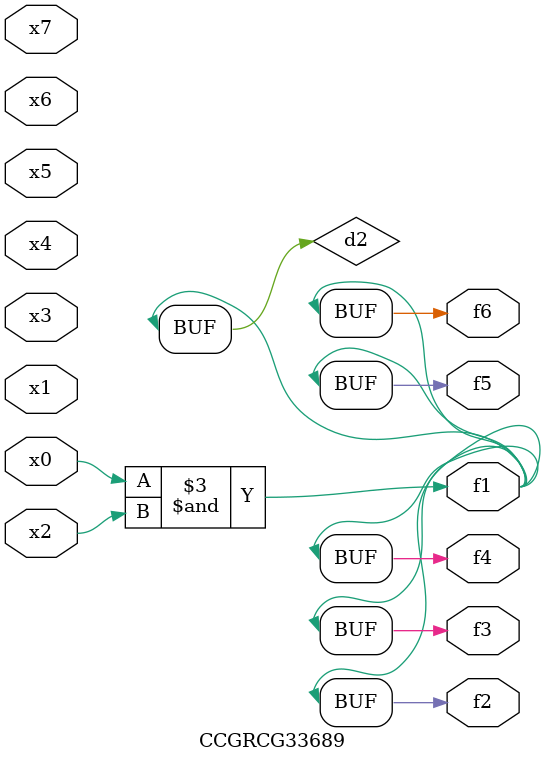
<source format=v>
module CCGRCG33689(
	input x0, x1, x2, x3, x4, x5, x6, x7,
	output f1, f2, f3, f4, f5, f6
);

	wire d1, d2;

	nor (d1, x3, x6);
	and (d2, x0, x2);
	assign f1 = d2;
	assign f2 = d2;
	assign f3 = d2;
	assign f4 = d2;
	assign f5 = d2;
	assign f6 = d2;
endmodule

</source>
